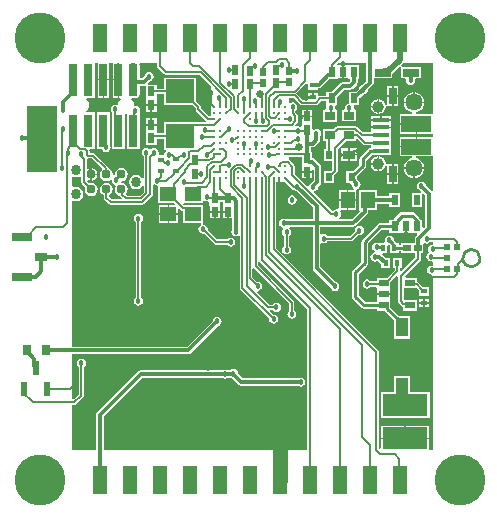
<source format=gtl>
G04*
G04 #@! TF.GenerationSoftware,Altium Limited,Altium Designer,20.1.10 (176)*
G04*
G04 Layer_Physical_Order=1*
G04 Layer_Color=25308*
%FSLAX25Y25*%
%MOIN*%
G70*
G04*
G04 #@! TF.SameCoordinates,5BC12612-045E-4FBA-96B6-5BC6791460FD*
G04*
G04*
G04 #@! TF.FilePolarity,Positive*
G04*
G01*
G75*
%ADD11C,0.01000*%
%ADD15C,0.00800*%
%ADD16R,0.01772X0.02165*%
%ADD17R,0.02055X0.02362*%
%ADD18C,0.01200*%
%ADD19R,0.02756X0.05610*%
%ADD20R,0.09843X0.05610*%
%ADD21R,0.05512X0.01575*%
%ADD22R,0.05512X0.04921*%
%ADD23R,0.04331X0.03150*%
%ADD24R,0.02362X0.02756*%
%ADD25R,0.02362X0.03347*%
%ADD26R,0.01968X0.02559*%
%ADD27R,0.09449X0.07874*%
%ADD28R,0.02900X0.11000*%
G04:AMPARAMS|DCode=29|XSize=29mil|YSize=110mil|CornerRadius=7.25mil|HoleSize=0mil|Usage=FLASHONLY|Rotation=180.000|XOffset=0mil|YOffset=0mil|HoleType=Round|Shape=RoundedRectangle|*
%AMROUNDEDRECTD29*
21,1,0.02900,0.09550,0,0,180.0*
21,1,0.01450,0.11000,0,0,180.0*
1,1,0.01450,-0.00725,0.04775*
1,1,0.01450,0.00725,0.04775*
1,1,0.01450,0.00725,-0.04775*
1,1,0.01450,-0.00725,-0.04775*
%
%ADD29ROUNDEDRECTD29*%
%ADD30R,0.05315X0.02756*%
%ADD31R,0.03347X0.02362*%
%ADD32R,0.02362X0.04724*%
%ADD33R,0.02756X0.03347*%
%ADD34R,0.03937X0.06299*%
%ADD35R,0.06693X0.03150*%
%ADD36R,0.02559X0.01968*%
%ADD37R,0.04921X0.05512*%
%ADD38R,0.03347X0.02756*%
%ADD39R,0.02165X0.01772*%
%ADD40R,0.15000X0.07500*%
%ADD44C,0.00394*%
%ADD78C,0.03100*%
%ADD79C,0.02500*%
%ADD80C,0.00500*%
%ADD81C,0.01200*%
%ADD82C,0.02000*%
%ADD83C,0.05000*%
%ADD84R,0.10248X0.22000*%
%ADD85R,0.05000X0.09500*%
%ADD86C,0.03937*%
%ADD87C,0.05709*%
%ADD88C,0.00500*%
%ADD89C,0.03400*%
%ADD90C,0.17000*%
%ADD91C,0.01800*%
%ADD92C,0.04000*%
G36*
X61100Y-24969D02*
X60948Y-25405D01*
X60600Y-25405D01*
X55321D01*
X55288Y-24905D01*
X55615Y-24862D01*
X56431Y-24524D01*
X57132Y-23987D01*
X57669Y-23286D01*
X58007Y-22470D01*
X58090Y-21845D01*
X54739D01*
X51389D01*
X51471Y-22470D01*
X51809Y-23286D01*
X52347Y-23987D01*
X53048Y-24524D01*
X53864Y-24862D01*
X54191Y-24905D01*
X54158Y-25405D01*
X50106D01*
Y-28461D01*
X55527D01*
Y-28711D01*
X55777D01*
Y-32016D01*
X60600D01*
X60948Y-32016D01*
X61100Y-32453D01*
Y-32547D01*
X60948Y-32984D01*
X60600Y-32984D01*
X55777D01*
Y-36290D01*
X55527D01*
Y-36540D01*
X50106D01*
Y-39595D01*
X54158D01*
X54191Y-40095D01*
X53864Y-40137D01*
X53048Y-40475D01*
X52347Y-41013D01*
X51809Y-41714D01*
X51471Y-42530D01*
X51389Y-43156D01*
X54739D01*
X58090D01*
X58007Y-42530D01*
X57669Y-41714D01*
X57132Y-41013D01*
X56431Y-40475D01*
X55615Y-40137D01*
X55288Y-40095D01*
X55321Y-39595D01*
X60948Y-39595D01*
X61100Y-40031D01*
Y-51035D01*
X60600Y-51187D01*
X60565Y-51135D01*
X58679Y-49249D01*
X58613Y-48915D01*
X58281Y-48419D01*
X57785Y-48087D01*
X57200Y-47971D01*
X56615Y-48087D01*
X56119Y-48419D01*
X55787Y-48915D01*
X55671Y-49500D01*
X55787Y-50085D01*
X56119Y-50581D01*
X56615Y-50913D01*
X56935Y-50977D01*
X57199Y-51355D01*
X56999Y-51798D01*
X53959D01*
Y-56344D01*
X57521D01*
Y-52259D01*
X58021Y-52052D01*
X58477Y-52507D01*
Y-62965D01*
X57983Y-63458D01*
X57521Y-63267D01*
Y-60656D01*
X56805D01*
X56776Y-60511D01*
X56533Y-60147D01*
X56533Y-60147D01*
X54893Y-58507D01*
X54529Y-58264D01*
X54100Y-58178D01*
X54100Y-58178D01*
X50600D01*
X50600Y-58178D01*
X50171Y-58264D01*
X49807Y-58507D01*
X49807Y-58507D01*
X48148Y-60166D01*
X47905Y-60530D01*
X47880Y-60656D01*
X46479D01*
Y-61808D01*
X43458D01*
X43458Y-61808D01*
X43029Y-61893D01*
X42665Y-62136D01*
X42665Y-62136D01*
X37507Y-67294D01*
X37264Y-67658D01*
X37178Y-68087D01*
X37178Y-68087D01*
Y-74698D01*
X34407Y-77470D01*
X34164Y-77833D01*
X34078Y-78263D01*
X34078Y-78263D01*
Y-86300D01*
X34078Y-86300D01*
X34164Y-86729D01*
X34407Y-87093D01*
X37347Y-90033D01*
X37711Y-90276D01*
X38140Y-90362D01*
X38140Y-90362D01*
X42298D01*
Y-91021D01*
X44827D01*
X44951Y-91206D01*
X48110Y-94365D01*
Y-95131D01*
X48110Y-95131D01*
X48131Y-95240D01*
Y-100350D01*
X53268D01*
Y-92850D01*
X49767D01*
X46866Y-89949D01*
Y-89921D01*
X46866Y-89921D01*
X46844Y-89813D01*
Y-87640D01*
X46844Y-87459D01*
X46744Y-87001D01*
Y-85750D01*
X44571D01*
X42398D01*
Y-87001D01*
X42298Y-87459D01*
X42298Y-87619D01*
X42247Y-88119D01*
X38605D01*
X36322Y-85835D01*
Y-78727D01*
X39093Y-75956D01*
X39093Y-75956D01*
X39336Y-75592D01*
X39422Y-75163D01*
Y-68552D01*
X43922Y-64051D01*
X46479D01*
Y-65202D01*
X49860D01*
X50041Y-65202D01*
Y-65202D01*
X50319Y-65102D01*
X50319Y-65102D01*
X51750D01*
Y-62929D01*
X52250D01*
Y-65102D01*
X53681D01*
X53681Y-65102D01*
X53959Y-65202D01*
Y-65202D01*
X54140Y-65202D01*
X55586D01*
X55777Y-65664D01*
X55321Y-66121D01*
X55055Y-66518D01*
X54962Y-66986D01*
Y-68542D01*
X50350D01*
Y-69004D01*
X49660D01*
Y-68443D01*
X48841D01*
X48824Y-68361D01*
X48581Y-67997D01*
X48028Y-67444D01*
X47926Y-66930D01*
X47594Y-66433D01*
X47098Y-66102D01*
X46513Y-65985D01*
X45928Y-66102D01*
X45432Y-66433D01*
X45100Y-66930D01*
X44984Y-67515D01*
X45069Y-67943D01*
X44774Y-68443D01*
X43006D01*
X42832Y-68327D01*
X42247Y-68211D01*
X41662Y-68327D01*
X41165Y-68659D01*
X40834Y-69155D01*
X40717Y-69740D01*
X40834Y-70325D01*
X41165Y-70821D01*
X41564Y-71088D01*
X41551Y-71489D01*
X41511Y-71608D01*
X41115Y-71687D01*
X40619Y-72019D01*
X40287Y-72515D01*
X40171Y-73100D01*
X40287Y-73685D01*
X40619Y-74181D01*
X41115Y-74513D01*
X41700Y-74629D01*
X42285Y-74513D01*
X42569Y-74323D01*
X42625D01*
X43746Y-75445D01*
Y-76883D01*
X46717D01*
Y-73517D01*
X45279D01*
X44070Y-72308D01*
X44131Y-72016D01*
X44258Y-71808D01*
X45723D01*
Y-69346D01*
X46223Y-68986D01*
X46442Y-69030D01*
X46666Y-69254D01*
Y-69740D01*
X46666Y-69740D01*
X46688Y-69848D01*
Y-71808D01*
X49660D01*
Y-71247D01*
X50350D01*
Y-71710D01*
X54950D01*
Y-73449D01*
X50535Y-77865D01*
X50035Y-77658D01*
Y-76883D01*
X50654D01*
Y-73517D01*
X47683D01*
Y-76883D01*
X48302D01*
Y-77573D01*
X45896Y-79979D01*
X42298D01*
Y-81233D01*
X40325D01*
X40181Y-81019D01*
X39685Y-80687D01*
X39100Y-80571D01*
X38515Y-80687D01*
X38019Y-81019D01*
X37687Y-81515D01*
X37571Y-82100D01*
X37687Y-82685D01*
X38019Y-83181D01*
X38515Y-83513D01*
X39100Y-83629D01*
X39685Y-83513D01*
X40181Y-83181D01*
X40325Y-82967D01*
X41944D01*
X42298Y-83320D01*
Y-83541D01*
X42398Y-84000D01*
Y-85250D01*
X44571D01*
X46744D01*
Y-84000D01*
X46844Y-83541D01*
X46844Y-83360D01*
Y-81481D01*
X48799Y-79527D01*
X49299Y-79734D01*
Y-87818D01*
X49376Y-88209D01*
X49598Y-88539D01*
X50438Y-89380D01*
X50769Y-89601D01*
X51156Y-89678D01*
Y-91021D01*
X55702D01*
Y-87459D01*
X51401D01*
X51338Y-87396D01*
Y-83541D01*
X55702D01*
X55702Y-83541D01*
Y-83541D01*
X56057Y-83846D01*
X56317Y-84106D01*
Y-86049D01*
X59683D01*
Y-83077D01*
X57740D01*
X56172Y-81510D01*
X55891Y-81322D01*
X55702Y-81284D01*
Y-79979D01*
X52012D01*
X51805Y-79479D01*
X56691Y-74593D01*
X56912Y-74262D01*
X56990Y-73872D01*
Y-71710D01*
X57850D01*
Y-68804D01*
X58304Y-68520D01*
X58340Y-68518D01*
X58900Y-68629D01*
X59485Y-68513D01*
X59981Y-68181D01*
X60125Y-67967D01*
X61100D01*
Y-68869D01*
X60920Y-69017D01*
X60334Y-69134D01*
X59838Y-69465D01*
X59507Y-69961D01*
X59390Y-70547D01*
X59507Y-71132D01*
X59812Y-71589D01*
X59319Y-71919D01*
X58987Y-72415D01*
X58871Y-73000D01*
X58987Y-73585D01*
X59319Y-74081D01*
X59815Y-74413D01*
X60400Y-74529D01*
X60600Y-74490D01*
X61100Y-74892D01*
Y-75676D01*
X60713Y-75993D01*
X60600Y-75971D01*
X60015Y-76087D01*
X59519Y-76419D01*
X59187Y-76915D01*
X59071Y-77500D01*
X59187Y-78085D01*
X59519Y-78581D01*
X60015Y-78913D01*
X60600Y-79029D01*
X60713Y-79007D01*
X61100Y-79324D01*
Y-137500D01*
X59644D01*
Y-133804D01*
X43644D01*
Y-136722D01*
X43144Y-136978D01*
X42967Y-136851D01*
Y-104686D01*
X42901Y-104354D01*
X42713Y-104073D01*
X8741Y-70101D01*
Y-48000D01*
X11558D01*
X13979Y-50421D01*
X14310Y-50642D01*
X14674Y-50714D01*
X14719Y-50781D01*
X15215Y-51113D01*
X15549Y-51179D01*
X21077Y-56707D01*
Y-60606D01*
X12128D01*
X11844Y-60416D01*
X11259Y-60300D01*
X10673Y-60416D01*
X10177Y-60748D01*
X9846Y-61244D01*
X9729Y-61829D01*
X9846Y-62415D01*
X10177Y-62911D01*
X10673Y-63242D01*
X10911Y-63289D01*
X10994Y-63428D01*
X11091Y-63835D01*
X10837Y-64215D01*
X10721Y-64800D01*
X10837Y-65385D01*
X11169Y-65881D01*
X11383Y-66025D01*
Y-69493D01*
X11196Y-69619D01*
X10864Y-70115D01*
X10748Y-70700D01*
X10864Y-71285D01*
X11196Y-71781D01*
X11692Y-72113D01*
X12277Y-72229D01*
X12862Y-72113D01*
X13359Y-71781D01*
X13690Y-71285D01*
X13806Y-70700D01*
X13690Y-70115D01*
X13359Y-69619D01*
X13117Y-69457D01*
Y-66025D01*
X13331Y-65881D01*
X13663Y-65385D01*
X13779Y-64800D01*
X13663Y-64215D01*
X13331Y-63719D01*
X13083Y-63553D01*
X13235Y-63053D01*
X21077D01*
Y-76900D01*
X21170Y-77368D01*
X21435Y-77765D01*
X26820Y-83151D01*
X26887Y-83485D01*
X27219Y-83981D01*
X27715Y-84313D01*
X28300Y-84429D01*
X28885Y-84313D01*
X29381Y-83981D01*
X29713Y-83485D01*
X29829Y-82900D01*
X29713Y-82315D01*
X29381Y-81819D01*
X28885Y-81487D01*
X28551Y-81420D01*
X23524Y-76393D01*
Y-68631D01*
X24024Y-68363D01*
X24048Y-68380D01*
X24633Y-68496D01*
X25218Y-68380D01*
X25715Y-68048D01*
X25858Y-67833D01*
X33870D01*
X34202Y-67767D01*
X34483Y-67580D01*
X36265Y-65798D01*
X36519Y-65848D01*
X37104Y-65732D01*
X37600Y-65400D01*
X37931Y-64904D01*
X38048Y-64319D01*
X37931Y-63733D01*
X37600Y-63237D01*
X37104Y-62906D01*
X36519Y-62789D01*
X35933Y-62906D01*
X35437Y-63237D01*
X35106Y-63733D01*
X34989Y-64319D01*
X35040Y-64572D01*
X33511Y-66100D01*
X25858D01*
X25715Y-65885D01*
X25218Y-65554D01*
X24633Y-65437D01*
X24048Y-65554D01*
X24024Y-65570D01*
X23524Y-65303D01*
Y-63024D01*
X34461D01*
X34930Y-62930D01*
X35327Y-62665D01*
X39174Y-58818D01*
X39439Y-58421D01*
X39532Y-57953D01*
Y-57456D01*
X42505D01*
Y-55294D01*
X46479D01*
Y-56344D01*
X50041D01*
Y-51798D01*
X46479D01*
Y-52847D01*
X42505D01*
Y-50744D01*
X36384D01*
Y-57456D01*
X36422D01*
X36613Y-57918D01*
X33955Y-60576D01*
X29870D01*
X29797Y-60484D01*
X29905Y-59810D01*
X29948Y-59781D01*
X30279Y-59285D01*
X30396Y-58700D01*
X30279Y-58115D01*
X30107Y-57856D01*
X30374Y-57356D01*
X32305D01*
Y-54350D01*
X29594D01*
Y-56827D01*
X29094Y-57216D01*
X28867Y-57171D01*
X28281Y-57287D01*
X27785Y-57619D01*
X27224Y-57565D01*
X21365Y-51706D01*
X21530Y-51164D01*
X21785Y-51113D01*
X22281Y-50781D01*
X22613Y-50285D01*
X22720Y-49748D01*
X23365Y-49103D01*
X23630Y-48706D01*
X23723Y-48238D01*
Y-43120D01*
X23630Y-42652D01*
X23365Y-42255D01*
X21554Y-40444D01*
X21157Y-40179D01*
X20781Y-40104D01*
Y-37963D01*
X20223D01*
Y-36539D01*
X20984D01*
X21452Y-36446D01*
X21849Y-36181D01*
X23065Y-34965D01*
X23330Y-34568D01*
X23424Y-34100D01*
Y-32869D01*
X23613Y-32585D01*
X23729Y-32000D01*
X23613Y-31415D01*
X23281Y-30919D01*
X22785Y-30587D01*
X22200Y-30471D01*
X21615Y-30587D01*
X21281Y-30810D01*
X20788Y-30595D01*
X20781Y-30588D01*
X20781Y-28491D01*
X20681Y-28032D01*
Y-26486D01*
X17319D01*
Y-28032D01*
X17219Y-28491D01*
X17219Y-28868D01*
Y-29476D01*
X16719Y-29743D01*
X16485Y-29587D01*
X15900Y-29471D01*
X15395Y-29571D01*
X15206Y-29371D01*
X15100Y-29159D01*
X15763Y-28496D01*
X15951Y-28215D01*
X16017Y-27883D01*
Y-26093D01*
X15951Y-25761D01*
X15763Y-25480D01*
X15167Y-24884D01*
Y-24325D01*
X15381Y-24181D01*
X15713Y-23685D01*
X15829Y-23100D01*
X15713Y-22515D01*
X15381Y-22019D01*
X14885Y-21687D01*
X14300Y-21571D01*
X13715Y-21687D01*
X13500Y-21831D01*
X13000Y-21563D01*
Y-20074D01*
X14548D01*
X16727Y-22253D01*
X17008Y-22440D01*
X17340Y-22506D01*
X22178D01*
X22509Y-22440D01*
X22790Y-22253D01*
X23896Y-21147D01*
X25479D01*
Y-22554D01*
X25479Y-22554D01*
X25442Y-23039D01*
X25371Y-23400D01*
X25405Y-23574D01*
X24995Y-24074D01*
X24427D01*
Y-28030D01*
X28973D01*
Y-24074D01*
X28805D01*
X28395Y-23574D01*
X28429Y-23400D01*
X28361Y-23054D01*
X28694Y-22554D01*
X29041D01*
Y-19737D01*
X31455Y-17323D01*
X33500D01*
X33968Y-17230D01*
X34365Y-16965D01*
X35605Y-15725D01*
X35871Y-15328D01*
X35964Y-14860D01*
Y-13695D01*
X36521D01*
Y-9149D01*
X33140D01*
X32959Y-9149D01*
X32500Y-9249D01*
X31250D01*
Y-11422D01*
Y-13595D01*
X32500D01*
X32959Y-13695D01*
X33017D01*
X33378Y-13910D01*
X33424Y-14446D01*
X32993Y-14876D01*
X30948D01*
X30480Y-14970D01*
X30083Y-15235D01*
X27311Y-18007D01*
X25479D01*
Y-19414D01*
X23537D01*
X23205Y-19480D01*
X23083Y-19562D01*
X22583Y-19347D01*
Y-18402D01*
X21250D01*
Y-19788D01*
X21000D01*
Y-20038D01*
X19417D01*
Y-20773D01*
X17699D01*
X15527Y-18602D01*
X18817Y-15312D01*
X19317Y-15519D01*
Y-17337D01*
X22683D01*
Y-16933D01*
X22972D01*
X23441Y-16840D01*
X23837Y-16575D01*
X26697Y-13715D01*
X26797Y-13695D01*
X28860D01*
X29041Y-13695D01*
X29500Y-13595D01*
X30750D01*
Y-11422D01*
Y-9249D01*
X29500D01*
X29224Y-9189D01*
X29145Y-8962D01*
X29486Y-8500D01*
X38776Y-8500D01*
Y-14514D01*
X37450Y-15840D01*
X37215Y-15887D01*
X36719Y-16219D01*
X36387Y-16715D01*
X36340Y-16950D01*
X35303Y-17987D01*
X35203Y-18007D01*
X32959D01*
Y-21999D01*
X32515Y-22087D01*
X32019Y-22419D01*
X31687Y-22915D01*
X31571Y-23500D01*
X31588Y-23587D01*
X31271Y-23974D01*
X30827D01*
Y-27930D01*
X35373D01*
Y-23974D01*
X34929D01*
X34612Y-23587D01*
X34629Y-23500D01*
X34541Y-23054D01*
X34827Y-22554D01*
X36521D01*
Y-20177D01*
X36678Y-20072D01*
X37951Y-18799D01*
X38385Y-18713D01*
X38881Y-18381D01*
X39213Y-17885D01*
X39299Y-17451D01*
X40865Y-15886D01*
X41130Y-15489D01*
X41223Y-15021D01*
Y-13614D01*
X47533D01*
Y-12085D01*
X49972Y-9646D01*
X50467Y-9858D01*
X50467Y-10075D01*
Y-13614D01*
X51647D01*
X52057Y-14114D01*
X52029Y-14258D01*
X52145Y-14843D01*
X52477Y-15340D01*
X52973Y-15671D01*
X53558Y-15788D01*
X54144Y-15671D01*
X54640Y-15340D01*
X54971Y-14843D01*
X55088Y-14258D01*
X55059Y-14114D01*
X55469Y-13614D01*
X56982D01*
Y-9658D01*
X50917D01*
X50667Y-9658D01*
X50455Y-9163D01*
X51118Y-8500D01*
X61100D01*
Y-24969D01*
D02*
G37*
G36*
X-30867Y-8300D02*
Y-9500D01*
X-30801Y-9832D01*
X-30613Y-10113D01*
X-28691Y-12035D01*
X-28410Y-12223D01*
X-28078Y-12289D01*
X-16801D01*
X-13000Y-16089D01*
Y-24984D01*
X-13035Y-25157D01*
X-13000Y-25331D01*
Y-26259D01*
X-13635D01*
X-16333Y-23561D01*
Y-23100D01*
X-16399Y-22768D01*
X-16587Y-22487D01*
X-17976Y-21099D01*
Y-13283D01*
X-28624D01*
Y-16953D01*
X-31019D01*
Y-15663D01*
X-33879D01*
X-34071Y-15201D01*
X-33349Y-14480D01*
X-33015Y-14413D01*
X-32519Y-14081D01*
X-32187Y-13585D01*
X-32071Y-13000D01*
X-32187Y-12415D01*
X-32519Y-11919D01*
X-33015Y-11587D01*
X-33600Y-11471D01*
X-34185Y-11587D01*
X-34681Y-11919D01*
X-35013Y-12415D01*
X-35080Y-12749D01*
X-35907Y-13577D01*
X-36724D01*
Y-9225D01*
X-36809Y-8800D01*
X-36544Y-8300D01*
X-30867Y-8300D01*
D02*
G37*
G36*
X-50750Y-8300D02*
Y-13750D01*
X-48800D01*
Y-14000D01*
D01*
Y-13750D01*
X-46850D01*
Y-8300D01*
X-45750D01*
Y-13750D01*
X-43800D01*
Y-14000D01*
X-43550D01*
Y-20000D01*
X-43134D01*
X-42965Y-20500D01*
X-43154Y-20646D01*
X-43571Y-21189D01*
X-43833Y-21821D01*
X-43880Y-22178D01*
X-44251Y-22415D01*
X-44412Y-22458D01*
X-44925Y-22356D01*
X-45511Y-22472D01*
X-46007Y-22804D01*
X-46338Y-23300D01*
X-46455Y-23885D01*
X-46338Y-24471D01*
X-46007Y-24967D01*
X-45850Y-25071D01*
Y-37100D01*
X-41750D01*
Y-25442D01*
X-41374Y-25113D01*
X-41300Y-25122D01*
X-41226Y-25113D01*
X-40850Y-25442D01*
Y-37100D01*
X-36750D01*
Y-24900D01*
X-36750Y-24900D01*
X-36750D01*
X-36693Y-24413D01*
X-36671Y-24300D01*
X-36787Y-23715D01*
X-37119Y-23219D01*
X-37615Y-22887D01*
X-38200Y-22771D01*
X-38276Y-22786D01*
X-38696Y-22359D01*
X-38767Y-21821D01*
X-39029Y-21189D01*
X-39446Y-20646D01*
X-39471Y-20626D01*
X-39302Y-20126D01*
X-38075D01*
X-37558Y-20023D01*
X-37120Y-19730D01*
X-36827Y-19292D01*
X-36724Y-18775D01*
Y-16024D01*
X-35400D01*
X-35081Y-15960D01*
X-34581Y-16252D01*
Y-19832D01*
X-34581Y-20210D01*
X-34481Y-20668D01*
Y-22214D01*
X-32800D01*
X-31119D01*
Y-20668D01*
X-31019Y-20210D01*
X-31019Y-19832D01*
Y-18686D01*
X-28624D01*
Y-22357D01*
X-19169D01*
X-18067Y-23459D01*
Y-23920D01*
X-18001Y-24251D01*
X-17813Y-24532D01*
X-14619Y-27726D01*
X-14621Y-27780D01*
X-14777Y-28226D01*
X-18533D01*
X-18535Y-28227D01*
X-18826D01*
X-18909Y-28243D01*
X-28624D01*
Y-31914D01*
X-30665D01*
X-31019Y-31560D01*
Y-31291D01*
X-31119Y-30832D01*
Y-29286D01*
X-34481D01*
Y-30832D01*
X-34581Y-31291D01*
X-34581Y-31668D01*
Y-35837D01*
X-31019D01*
Y-33647D01*
X-28624D01*
Y-37317D01*
X-27972D01*
X-27820Y-37817D01*
X-28147Y-38036D01*
X-28479Y-38532D01*
X-28595Y-39117D01*
X-28618Y-39146D01*
X-30087D01*
X-30421Y-38646D01*
X-30352Y-38300D01*
X-30469Y-37715D01*
X-30800Y-37219D01*
X-31296Y-36887D01*
X-31882Y-36771D01*
X-32467Y-36887D01*
X-32912Y-37184D01*
X-33089Y-37238D01*
X-33476D01*
X-33500Y-37204D01*
X-33996Y-36872D01*
X-34581Y-36756D01*
X-35166Y-36872D01*
X-35662Y-37204D01*
X-35994Y-37700D01*
X-36110Y-38285D01*
X-35994Y-38870D01*
X-35662Y-39367D01*
X-35448Y-39510D01*
Y-46640D01*
X-35948Y-46792D01*
X-36206Y-46406D01*
X-36983Y-45886D01*
X-37900Y-45704D01*
X-38817Y-45886D01*
X-39594Y-46406D01*
X-40114Y-47183D01*
X-40296Y-48100D01*
X-40114Y-49017D01*
X-39594Y-49794D01*
X-38817Y-50314D01*
X-37900Y-50496D01*
X-36983Y-50314D01*
X-36206Y-49794D01*
X-35948Y-49408D01*
X-35448Y-49560D01*
Y-51318D01*
X-36763Y-52633D01*
X-41012D01*
X-41361Y-52263D01*
X-41350Y-52150D01*
X-40875Y-51439D01*
X-40708Y-50600D01*
X-40875Y-49761D01*
X-41350Y-49050D01*
X-42061Y-48575D01*
X-42567Y-48474D01*
X-42819Y-47956D01*
X-42698Y-47752D01*
X-42061Y-47625D01*
X-41350Y-47150D01*
X-40875Y-46439D01*
X-40708Y-45600D01*
X-40875Y-44761D01*
X-41350Y-44050D01*
X-42061Y-43575D01*
X-42900Y-43408D01*
X-43739Y-43575D01*
X-44450Y-44050D01*
X-44925Y-44761D01*
X-45092Y-45600D01*
X-45065Y-45735D01*
X-45249Y-45858D01*
X-45708Y-45600D01*
X-45875Y-44761D01*
X-46350Y-44050D01*
X-47061Y-43575D01*
X-47252Y-43537D01*
X-47306Y-43261D01*
X-47494Y-42980D01*
X-51737Y-38737D01*
X-52018Y-38549D01*
X-52350Y-38483D01*
X-53433D01*
Y-37786D01*
X-53470Y-37600D01*
X-53282Y-37243D01*
X-53135Y-37100D01*
X-51750D01*
Y-24900D01*
X-54335D01*
X-54505Y-24400D01*
X-54446Y-24354D01*
X-54029Y-23811D01*
X-53767Y-23179D01*
X-53678Y-22500D01*
X-53767Y-21821D01*
X-54029Y-21189D01*
X-54446Y-20646D01*
X-54505Y-20600D01*
X-54335Y-20100D01*
X-51750D01*
Y-8300D01*
X-50750D01*
D02*
G37*
G36*
X-53950Y-40217D02*
X-52709D01*
X-49384Y-43541D01*
X-49433Y-44039D01*
X-49450Y-44050D01*
X-49925Y-44761D01*
X-50092Y-45600D01*
X-49925Y-46439D01*
X-49450Y-47150D01*
X-48739Y-47625D01*
X-47900Y-47792D01*
X-47061Y-47625D01*
X-46603Y-47319D01*
X-46399Y-47397D01*
X-46111Y-47592D01*
X-46013Y-48085D01*
X-45681Y-48581D01*
X-45185Y-48913D01*
X-44986Y-48952D01*
X-44756Y-49508D01*
X-44925Y-49761D01*
X-45092Y-50600D01*
X-44925Y-51439D01*
X-44450Y-52150D01*
X-43739Y-52625D01*
X-43368Y-52699D01*
X-43237Y-52896D01*
X-42661Y-53471D01*
X-42853Y-53933D01*
X-46041D01*
X-46919Y-53055D01*
X-46880Y-52504D01*
X-46350Y-52150D01*
X-45875Y-51439D01*
X-45708Y-50600D01*
X-45875Y-49761D01*
X-46350Y-49050D01*
X-47061Y-48575D01*
X-47900Y-48408D01*
X-48739Y-48575D01*
X-49450Y-49050D01*
X-49925Y-49761D01*
X-50092Y-50600D01*
X-49925Y-51439D01*
X-49450Y-52150D01*
X-48767Y-52607D01*
Y-53300D01*
X-48701Y-53632D01*
X-48513Y-53913D01*
X-47013Y-55413D01*
X-46732Y-55601D01*
X-46400Y-55667D01*
X-35800D01*
X-35468Y-55601D01*
X-35187Y-55413D01*
X-32587Y-52813D01*
X-32399Y-52532D01*
X-32333Y-52200D01*
Y-49005D01*
X-32058Y-48869D01*
X-31833Y-48814D01*
X-31385Y-49113D01*
X-30800Y-49229D01*
X-30556Y-49430D01*
Y-55016D01*
X-25346D01*
X-25307Y-55074D01*
X-24958Y-55422D01*
X-25150Y-55884D01*
X-26950D01*
Y-58595D01*
X-23944D01*
Y-57090D01*
X-23482Y-56899D01*
X-22926Y-57455D01*
X-22645Y-57643D01*
X-22456Y-57680D01*
Y-61905D01*
X-16437D01*
X-16207Y-62369D01*
X-16213Y-62406D01*
X-16681Y-62719D01*
X-17013Y-63215D01*
X-17129Y-63800D01*
X-17013Y-64385D01*
X-16681Y-64881D01*
X-16185Y-65213D01*
X-15600Y-65329D01*
X-15347Y-65279D01*
X-11926Y-68700D01*
X-11645Y-68888D01*
X-11313Y-68954D01*
X-7661D01*
X-7518Y-69169D01*
X-7022Y-69500D01*
X-6436Y-69616D01*
X-5851Y-69500D01*
X-5355Y-69169D01*
X-5023Y-68672D01*
X-4907Y-68087D01*
X-5023Y-67502D01*
X-5355Y-67006D01*
X-5851Y-66674D01*
X-6436Y-66558D01*
X-7022Y-66674D01*
X-7518Y-67006D01*
X-7661Y-67220D01*
X-10954D01*
X-14121Y-64053D01*
X-14071Y-63800D01*
X-14187Y-63215D01*
X-14519Y-62719D01*
X-15015Y-62387D01*
X-15477Y-62295D01*
X-15682Y-61996D01*
X-15744Y-61790D01*
Y-55784D01*
X-22029D01*
X-22255Y-55496D01*
X-22042Y-55016D01*
X-15744D01*
Y-54451D01*
X-15692Y-54405D01*
X-15244Y-54229D01*
X-14885Y-54469D01*
X-14300Y-54585D01*
X-13981Y-54522D01*
X-13503Y-54853D01*
X-13481Y-54893D01*
X-13481Y-55809D01*
X-13381Y-56268D01*
Y-57814D01*
X-11700D01*
X-10019D01*
Y-56268D01*
X-9919Y-55809D01*
X-9919Y-55432D01*
Y-54760D01*
X-9081D01*
Y-55809D01*
X-9081D01*
X-8981Y-55891D01*
Y-57814D01*
X-7300D01*
Y-58064D01*
X-7050D01*
Y-60237D01*
X-5824D01*
Y-63831D01*
X-6013Y-64115D01*
X-6129Y-64700D01*
X-6013Y-65285D01*
X-5681Y-65781D01*
X-5185Y-66113D01*
X-4600Y-66229D01*
X-4015Y-66113D01*
X-3867Y-66014D01*
X-3367Y-66281D01*
Y-83400D01*
X-3301Y-83732D01*
X-3113Y-84013D01*
X6421Y-93547D01*
X6371Y-93800D01*
X6487Y-94385D01*
X6819Y-94881D01*
X7315Y-95213D01*
X7900Y-95329D01*
X8485Y-95213D01*
X8981Y-94881D01*
X9313Y-94385D01*
X9429Y-93800D01*
X9313Y-93215D01*
X8981Y-92719D01*
X8485Y-92387D01*
X7900Y-92271D01*
X7647Y-92321D01*
X6592Y-91267D01*
X6799Y-90767D01*
X7575D01*
X7719Y-90981D01*
X8215Y-91313D01*
X8800Y-91429D01*
X9385Y-91313D01*
X9881Y-90981D01*
X10213Y-90485D01*
X10329Y-89900D01*
X10213Y-89315D01*
X9881Y-88819D01*
X9385Y-88487D01*
X8800Y-88371D01*
X8215Y-88487D01*
X7719Y-88819D01*
X7575Y-89033D01*
X6559D01*
X2306Y-84781D01*
X2553Y-84320D01*
X2600Y-84329D01*
X3185Y-84213D01*
X3681Y-83881D01*
X4013Y-83385D01*
X4129Y-82800D01*
X4013Y-82215D01*
X3681Y-81719D01*
X3185Y-81387D01*
X2600Y-81271D01*
X2347Y-81321D01*
X867Y-79841D01*
Y-77049D01*
X1320Y-76894D01*
X1367Y-76892D01*
X13133Y-88659D01*
Y-90975D01*
X12919Y-91119D01*
X12587Y-91615D01*
X12471Y-92200D01*
X12587Y-92785D01*
X12919Y-93281D01*
X13415Y-93613D01*
X14000Y-93729D01*
X14585Y-93613D01*
X15081Y-93281D01*
X15413Y-92785D01*
X15529Y-92200D01*
X15413Y-91615D01*
X15081Y-91119D01*
X14867Y-90975D01*
Y-88300D01*
X14801Y-87968D01*
X14613Y-87687D01*
X2835Y-75910D01*
Y-74918D01*
X3288Y-74762D01*
X3335Y-74761D01*
X19133Y-90559D01*
Y-137500D01*
X-48777D01*
Y-126207D01*
X-35893Y-113323D01*
X-9269D01*
X-8985Y-113513D01*
X-8400Y-113629D01*
X-7815Y-113513D01*
X-7531Y-113323D01*
X-6242D01*
X-6085Y-113428D01*
X-5857Y-113473D01*
X-3665Y-115665D01*
X-3268Y-115930D01*
X-2800Y-116024D01*
X16031D01*
X16315Y-116213D01*
X16900Y-116329D01*
X17485Y-116213D01*
X17981Y-115881D01*
X18313Y-115385D01*
X18429Y-114800D01*
X18313Y-114215D01*
X17981Y-113719D01*
X17485Y-113387D01*
X16900Y-113271D01*
X16315Y-113387D01*
X16031Y-113576D01*
X-2293D01*
X-3999Y-111870D01*
X-4087Y-111430D01*
X-4419Y-110933D01*
X-4915Y-110602D01*
X-5500Y-110486D01*
X-6085Y-110602D01*
X-6496Y-110877D01*
X-7531D01*
X-7815Y-110687D01*
X-8400Y-110571D01*
X-8985Y-110687D01*
X-9269Y-110877D01*
X-36400D01*
X-36868Y-110970D01*
X-37265Y-111235D01*
X-50865Y-124835D01*
X-51130Y-125232D01*
X-51223Y-125700D01*
Y-137500D01*
X-59200D01*
Y-122467D01*
X-58500D01*
X-58168Y-122401D01*
X-57887Y-122213D01*
X-55587Y-119913D01*
X-55399Y-119632D01*
X-55333Y-119300D01*
Y-109725D01*
X-55119Y-109581D01*
X-54787Y-109085D01*
X-54671Y-108500D01*
X-54787Y-107915D01*
X-55119Y-107419D01*
X-55615Y-107087D01*
X-56200Y-106971D01*
X-56785Y-107087D01*
X-57281Y-107419D01*
X-57613Y-107915D01*
X-57729Y-108500D01*
X-57613Y-109085D01*
X-57281Y-109581D01*
X-57067Y-109725D01*
Y-118941D01*
X-58700Y-120574D01*
X-59200Y-120367D01*
Y-105423D01*
X-20500D01*
X-20032Y-105330D01*
X-19635Y-105065D01*
X-10649Y-96079D01*
X-10315Y-96013D01*
X-9819Y-95681D01*
X-9487Y-95185D01*
X-9371Y-94600D01*
X-9487Y-94015D01*
X-9819Y-93519D01*
X-10315Y-93187D01*
X-10900Y-93071D01*
X-11485Y-93187D01*
X-11981Y-93519D01*
X-12313Y-94015D01*
X-12380Y-94349D01*
X-21007Y-102977D01*
X-59200D01*
Y-54613D01*
X-58700Y-54337D01*
X-57900Y-54496D01*
X-56983Y-54314D01*
X-56206Y-53794D01*
X-55686Y-53017D01*
X-55504Y-52100D01*
X-55686Y-51183D01*
X-56206Y-50406D01*
X-56983Y-49886D01*
X-57900Y-49704D01*
X-58700Y-49863D01*
X-59200Y-49587D01*
Y-46613D01*
X-58700Y-46337D01*
X-57900Y-46496D01*
X-56983Y-46314D01*
X-56667Y-46102D01*
X-56167Y-46369D01*
Y-48200D01*
X-56101Y-48532D01*
X-55913Y-48813D01*
X-54932Y-49794D01*
X-55092Y-50600D01*
X-54925Y-51439D01*
X-54450Y-52150D01*
X-53739Y-52625D01*
X-52900Y-52792D01*
X-52061Y-52625D01*
X-51350Y-52150D01*
X-50875Y-51439D01*
X-50708Y-50600D01*
X-50875Y-49761D01*
X-51350Y-49050D01*
X-52061Y-48575D01*
X-52900Y-48408D01*
X-53706Y-48568D01*
X-54193Y-48081D01*
X-54161Y-47824D01*
X-53791Y-47589D01*
X-53621Y-47547D01*
X-53150Y-47640D01*
Y-45600D01*
Y-43560D01*
X-53700Y-43669D01*
X-53933Y-43825D01*
X-54433Y-43558D01*
Y-40605D01*
X-54051Y-40248D01*
X-53956Y-40215D01*
X-53950Y-40217D01*
D02*
G37*
G36*
X17219Y-42509D02*
X17219D01*
X17319Y-42591D01*
Y-44514D01*
X19000D01*
X20681D01*
Y-44183D01*
X21181Y-43916D01*
X21276Y-43980D01*
Y-47731D01*
X20746Y-48261D01*
X20615Y-48287D01*
X20119Y-48619D01*
X19787Y-49115D01*
X19736Y-49370D01*
X19194Y-49535D01*
X15035Y-45376D01*
Y-43060D01*
X14969Y-42728D01*
X14781Y-42447D01*
X13221Y-40887D01*
X13000Y-40739D01*
Y-39804D01*
X17219D01*
Y-42509D01*
D02*
G37*
%LPC*%
G36*
X49531Y-16203D02*
X47903D01*
Y-19258D01*
X49531D01*
Y-16203D01*
D02*
G37*
G36*
X47403D02*
X45775D01*
Y-19258D01*
X47403D01*
Y-16203D01*
D02*
G37*
G36*
X20750Y-18402D02*
X19417D01*
Y-19538D01*
X20750D01*
Y-18402D01*
D02*
G37*
G36*
X54989Y-18244D02*
Y-21344D01*
X58090D01*
X58007Y-20719D01*
X57669Y-19903D01*
X57132Y-19202D01*
X56431Y-18665D01*
X55615Y-18327D01*
X54989Y-18244D01*
D02*
G37*
G36*
X54489Y-18244D02*
X53864Y-18327D01*
X53048Y-18665D01*
X52347Y-19202D01*
X51809Y-19903D01*
X51471Y-20719D01*
X51389Y-21344D01*
X54489D01*
Y-18244D01*
D02*
G37*
G36*
X47403Y-19758D02*
X45775D01*
Y-22327D01*
X45775Y-22339D01*
X45775Y-22339D01*
X45775Y-22641D01*
X45275Y-22690D01*
X45136Y-21990D01*
X44590Y-21173D01*
X43773Y-20628D01*
X43060Y-20486D01*
Y-22953D01*
Y-25420D01*
X43773Y-25278D01*
X44590Y-24733D01*
X45136Y-23916D01*
X45283Y-23175D01*
X45327Y-22953D01*
X45374Y-22915D01*
X45809Y-22813D01*
X46203Y-22813D01*
X47403D01*
Y-19758D01*
D02*
G37*
G36*
X42560Y-20486D02*
X41847Y-20628D01*
X41030Y-21173D01*
X40485Y-21990D01*
X40343Y-22703D01*
X42560D01*
Y-20486D01*
D02*
G37*
G36*
X49531Y-19758D02*
X47903D01*
Y-22813D01*
X49531D01*
Y-19758D01*
D02*
G37*
G36*
X42560Y-23203D02*
X40343D01*
X40485Y-23916D01*
X41030Y-24733D01*
X41847Y-25278D01*
X42560Y-25420D01*
Y-23203D01*
D02*
G37*
G36*
X20681Y-24063D02*
X19250D01*
Y-25986D01*
X20681D01*
Y-24063D01*
D02*
G37*
G36*
X18750D02*
X17319D01*
Y-25986D01*
X18750D01*
Y-24063D01*
D02*
G37*
G36*
X46913Y-26094D02*
X43906D01*
Y-27132D01*
X46913D01*
Y-26094D01*
D02*
G37*
G36*
X43406D02*
X40401D01*
Y-27132D01*
X43406D01*
Y-26094D01*
D02*
G37*
G36*
X46913Y-27632D02*
X43656D01*
X40401D01*
Y-28669D01*
Y-29691D01*
X43656D01*
X46913D01*
Y-28669D01*
Y-27632D01*
D02*
G37*
G36*
X55277Y-28961D02*
X50106D01*
Y-32016D01*
X55277D01*
Y-28961D01*
D02*
G37*
G36*
X55277Y-32984D02*
X50106D01*
Y-36040D01*
X55277D01*
Y-32984D01*
D02*
G37*
G36*
X35765Y-36925D02*
X33350D01*
Y-38750D01*
X35765D01*
Y-36925D01*
D02*
G37*
G36*
X32850D02*
X30435D01*
Y-38750D01*
X32850D01*
Y-36925D01*
D02*
G37*
G36*
X35114Y-29433D02*
X29243D01*
X28912Y-29499D01*
X28631Y-29687D01*
X27748Y-30570D01*
X24427D01*
Y-34526D01*
X25533D01*
Y-37022D01*
X24619D01*
Y-40978D01*
X27483D01*
Y-43975D01*
X26956Y-44502D01*
X24619D01*
Y-48458D01*
X28181D01*
Y-45728D01*
X28963Y-44946D01*
X29151Y-44665D01*
X29217Y-44333D01*
Y-37262D01*
X32052Y-34426D01*
X35373D01*
Y-33906D01*
X35873Y-33699D01*
X37846Y-35672D01*
X38127Y-35860D01*
X38459Y-35926D01*
X40301D01*
Y-36784D01*
X40194D01*
X39765Y-36869D01*
X39401Y-37113D01*
X39401Y-37113D01*
X36807Y-39707D01*
X36564Y-40071D01*
X36478Y-40500D01*
X36478Y-40500D01*
Y-42303D01*
X34279Y-44502D01*
X32106D01*
Y-48458D01*
X33501D01*
X33865Y-48897D01*
X33859Y-48930D01*
X33975Y-49516D01*
X34307Y-50012D01*
X34803Y-50343D01*
X34806Y-50344D01*
X34757Y-50844D01*
X32805D01*
Y-53850D01*
X35516D01*
Y-50944D01*
X35516Y-50844D01*
X35663Y-50405D01*
X35973Y-50343D01*
X36470Y-50012D01*
X36801Y-49516D01*
X36917Y-48930D01*
X36801Y-48345D01*
X36470Y-47849D01*
X35973Y-47517D01*
X35690Y-47161D01*
X35669Y-47053D01*
Y-46285D01*
X38393Y-43561D01*
X38393Y-43561D01*
X38636Y-43197D01*
X38722Y-42768D01*
X38722Y-42768D01*
Y-40965D01*
X40659Y-39027D01*
X42952D01*
X42952Y-39027D01*
X43060Y-39006D01*
X47013D01*
Y-36446D01*
Y-33887D01*
Y-31113D01*
X46913D01*
Y-30191D01*
X43656D01*
X40401D01*
Y-31113D01*
X40301D01*
Y-31581D01*
X37621D01*
X35727Y-29687D01*
X35446Y-29499D01*
X35114Y-29433D01*
D02*
G37*
G36*
X35765Y-39250D02*
X33350D01*
Y-41075D01*
X35765D01*
Y-39250D01*
D02*
G37*
G36*
X32850D02*
X30435D01*
Y-41075D01*
X32850D01*
Y-39250D01*
D02*
G37*
G36*
X42560Y-39580D02*
X41847Y-39722D01*
X41030Y-40268D01*
X40485Y-41084D01*
X40343Y-41797D01*
X42560D01*
Y-39580D01*
D02*
G37*
G36*
Y-42297D02*
X40343D01*
X40485Y-43010D01*
X41030Y-43827D01*
X41847Y-44372D01*
X42560Y-44514D01*
Y-42297D01*
D02*
G37*
G36*
X47903Y-42187D02*
Y-45242D01*
X49531D01*
Y-42187D01*
X47903D01*
D02*
G37*
G36*
X43060Y-39580D02*
Y-42047D01*
Y-44514D01*
X43773Y-44372D01*
X44590Y-43827D01*
X45136Y-43010D01*
X45275Y-42310D01*
X45775Y-42359D01*
X45775Y-42661D01*
X45775Y-42661D01*
X45775Y-42673D01*
Y-45242D01*
X47403D01*
Y-42187D01*
X46205D01*
X45809Y-42187D01*
X45374Y-42085D01*
X45327Y-42047D01*
X45283Y-41825D01*
X45136Y-41084D01*
X44590Y-40268D01*
X43773Y-39722D01*
X43060Y-39580D01*
D02*
G37*
G36*
X58090Y-43656D02*
X54989D01*
Y-46756D01*
X55615Y-46674D01*
X56431Y-46336D01*
X57132Y-45798D01*
X57669Y-45097D01*
X58007Y-44281D01*
X58090Y-43656D01*
D02*
G37*
G36*
X54489D02*
X51389D01*
X51471Y-44281D01*
X51809Y-45097D01*
X52347Y-45798D01*
X53048Y-46336D01*
X53864Y-46674D01*
X54489Y-46756D01*
Y-43656D01*
D02*
G37*
G36*
X49531Y-45742D02*
X47903D01*
Y-48797D01*
X49531D01*
Y-45742D01*
D02*
G37*
G36*
X47403D02*
X45775D01*
Y-48797D01*
X47403D01*
Y-45742D01*
D02*
G37*
G36*
X32305Y-50844D02*
X29594D01*
Y-53850D01*
X32305D01*
Y-50844D01*
D02*
G37*
G36*
X14100Y-52571D02*
X13515Y-52687D01*
X13019Y-53019D01*
X12687Y-53515D01*
X12571Y-54100D01*
X12687Y-54685D01*
X13019Y-55181D01*
X13515Y-55513D01*
X14100Y-55629D01*
X14685Y-55513D01*
X15181Y-55181D01*
X15513Y-54685D01*
X15629Y-54100D01*
X15513Y-53515D01*
X15181Y-53019D01*
X14685Y-52687D01*
X14100Y-52571D01*
D02*
G37*
G36*
X35516Y-54350D02*
X32805D01*
Y-57356D01*
X35516D01*
Y-54350D01*
D02*
G37*
G36*
X59583Y-87114D02*
X58250D01*
Y-88250D01*
X59583D01*
Y-87114D01*
D02*
G37*
G36*
X57750D02*
X56417D01*
Y-88250D01*
X57750D01*
Y-87114D01*
D02*
G37*
G36*
X59583Y-88750D02*
X58250D01*
Y-89886D01*
X59583D01*
Y-88750D01*
D02*
G37*
G36*
X57750D02*
X56417D01*
Y-89886D01*
X57750D01*
Y-88750D01*
D02*
G37*
G36*
X53268Y-112850D02*
X48131D01*
Y-118050D01*
X43700D01*
Y-126750D01*
X59900D01*
Y-118050D01*
X53268D01*
Y-112850D01*
D02*
G37*
G36*
X59644Y-129304D02*
X51894D01*
Y-133304D01*
X59644D01*
Y-129304D01*
D02*
G37*
G36*
X51394D02*
X43644D01*
Y-133304D01*
X51394D01*
Y-129304D01*
D02*
G37*
G36*
X-44050Y-14250D02*
X-45750D01*
Y-20000D01*
X-44050D01*
Y-14250D01*
D02*
G37*
G36*
X-46850D02*
X-48550D01*
Y-20000D01*
X-46850D01*
Y-14250D01*
D02*
G37*
G36*
X-49050D02*
X-50750D01*
Y-20000D01*
X-49050D01*
Y-14250D01*
D02*
G37*
G36*
X-31119Y-22714D02*
X-32550D01*
Y-24637D01*
X-31119D01*
Y-22714D01*
D02*
G37*
G36*
X-33050D02*
X-34481D01*
Y-24637D01*
X-33050D01*
Y-22714D01*
D02*
G37*
G36*
X-31119Y-26863D02*
X-32550D01*
Y-28786D01*
X-31119D01*
Y-26863D01*
D02*
G37*
G36*
X-33050D02*
X-34481D01*
Y-28786D01*
X-33050D01*
Y-26863D01*
D02*
G37*
G36*
X-46750Y-24900D02*
X-50850D01*
Y-37100D01*
X-49325D01*
X-49306Y-37196D01*
X-48974Y-37692D01*
X-48478Y-38024D01*
X-47893Y-38140D01*
X-47308Y-38024D01*
X-46812Y-37692D01*
X-46480Y-37196D01*
X-46363Y-36611D01*
X-46480Y-36026D01*
X-46750Y-35622D01*
Y-24900D01*
D02*
G37*
G36*
X-52650Y-43560D02*
Y-45350D01*
X-50860D01*
X-50969Y-44800D01*
X-51422Y-44122D01*
X-52100Y-43669D01*
X-52650Y-43560D01*
D02*
G37*
G36*
X-50860Y-45850D02*
X-52650D01*
Y-47640D01*
X-52100Y-47531D01*
X-51422Y-47078D01*
X-50969Y-46400D01*
X-50860Y-45850D01*
D02*
G37*
G36*
X-27450Y-55884D02*
X-30456D01*
Y-58595D01*
X-27450D01*
Y-55884D01*
D02*
G37*
G36*
X-7550Y-58314D02*
X-8981D01*
Y-60237D01*
X-7550D01*
Y-58314D01*
D02*
G37*
G36*
X-10019D02*
X-11450D01*
Y-60237D01*
X-10019D01*
Y-58314D01*
D02*
G37*
G36*
X-11950D02*
X-13381D01*
Y-60237D01*
X-11950D01*
Y-58314D01*
D02*
G37*
G36*
X-23944Y-59095D02*
X-26950D01*
Y-61805D01*
X-23944D01*
Y-59095D01*
D02*
G37*
G36*
X-27450D02*
X-30456D01*
Y-61805D01*
X-27450D01*
Y-59095D01*
D02*
G37*
G36*
X-37200Y-58771D02*
X-37785Y-58887D01*
X-38281Y-59219D01*
X-38613Y-59715D01*
X-38729Y-60300D01*
X-38613Y-60885D01*
X-38281Y-61381D01*
X-38067Y-61525D01*
Y-86547D01*
X-38281Y-86690D01*
X-38613Y-87186D01*
X-38729Y-87772D01*
X-38613Y-88357D01*
X-38281Y-88853D01*
X-37785Y-89185D01*
X-37200Y-89301D01*
X-36615Y-89185D01*
X-36119Y-88853D01*
X-35787Y-88357D01*
X-35671Y-87772D01*
X-35787Y-87186D01*
X-36119Y-86690D01*
X-36333Y-86547D01*
Y-61525D01*
X-36119Y-61381D01*
X-35787Y-60885D01*
X-35671Y-60300D01*
X-35787Y-59715D01*
X-36119Y-59219D01*
X-36615Y-58887D01*
X-37200Y-58771D01*
D02*
G37*
G36*
X20681Y-45014D02*
X19250D01*
Y-46937D01*
X20681D01*
Y-45014D01*
D02*
G37*
G36*
X18750D02*
X17319D01*
Y-46937D01*
X18750D01*
Y-45014D01*
D02*
G37*
%LPD*%
D11*
X70941Y-73784D02*
G03*
X76736Y-73457I2888J327D01*
G01*
D02*
G03*
X70941Y-73784I-2906J0D01*
G01*
X42247Y-69740D02*
X43851D01*
X44237Y-70126D01*
X47788Y-69740D02*
X48174Y-70126D01*
X47788Y-69740D02*
Y-68790D01*
X46513Y-67515D02*
X47788Y-68790D01*
X48174Y-70126D02*
X52230D01*
X38300Y-75163D02*
Y-68087D01*
X43458Y-62929D02*
X48260D01*
X38300Y-68087D02*
X43458Y-62929D01*
X35173Y-48716D02*
X35388Y-48930D01*
X35173Y-48716D02*
Y-48358D01*
X34569Y-47753D02*
X35173Y-48358D01*
X34569Y-47753D02*
Y-47161D01*
X33887Y-46480D02*
X34569Y-47161D01*
X33887Y-46480D02*
Y-46283D01*
X49231Y-95131D02*
X50700Y-96600D01*
X49231Y-95131D02*
Y-93901D01*
X45744Y-90413D02*
X49231Y-93901D01*
X45744Y-90413D02*
Y-89921D01*
X45063Y-89240D02*
X45744Y-89921D01*
X44571Y-89240D02*
X45063D01*
X54100Y-59300D02*
X55740Y-60940D01*
Y-62929D02*
Y-60940D01*
X50600Y-59300D02*
X54100D01*
X35200Y-78263D02*
X38300Y-75163D01*
X35200Y-86300D02*
Y-78263D01*
X48941Y-60959D02*
X50600Y-59300D01*
X48941Y-62248D02*
Y-60959D01*
X48260Y-62929D02*
X48941Y-62248D01*
X52200Y-70096D02*
X52230Y-70126D01*
X35200Y-86300D02*
X38140Y-89240D01*
X44571D01*
X37600Y-42768D02*
Y-40500D01*
X34765Y-45602D02*
X37600Y-42768D01*
X34569Y-45602D02*
X34765D01*
X33887Y-46283D02*
X34569Y-45602D01*
X37600Y-40500D02*
X40194Y-37905D01*
X42952D01*
X43239Y-37618D01*
D15*
X55970Y-73872D02*
Y-70126D01*
X50318Y-79523D02*
X55970Y-73872D01*
X11811Y-46811D02*
X14700Y-49700D01*
X15800D01*
X51159Y-88659D02*
X52848D01*
X53429Y-89240D01*
X50318Y-87818D02*
X51159Y-88659D01*
X50318Y-87818D02*
Y-79523D01*
D16*
X48174Y-70126D02*
D03*
X44237D02*
D03*
X45232Y-75200D02*
D03*
X49169D02*
D03*
D17*
X65664Y-73457D02*
D03*
Y-69913D02*
D03*
X68900D02*
D03*
Y-77000D02*
D03*
X65664D02*
D03*
D18*
X11811Y-23189D02*
D03*
Y-25157D02*
D03*
Y-27126D02*
D03*
Y-31063D02*
D03*
Y-33031D02*
D03*
Y-35000D02*
D03*
Y-36968D02*
D03*
Y-38937D02*
D03*
Y-42874D02*
D03*
Y-44842D02*
D03*
Y-46811D02*
D03*
X9843Y-23189D02*
D03*
Y-25157D02*
D03*
Y-27126D02*
D03*
Y-31063D02*
D03*
Y-33031D02*
D03*
Y-35000D02*
D03*
Y-36968D02*
D03*
Y-38937D02*
D03*
Y-42874D02*
D03*
Y-44842D02*
D03*
Y-46811D02*
D03*
X7874Y-23189D02*
D03*
Y-25157D02*
D03*
Y-35000D02*
D03*
Y-44842D02*
D03*
Y-46811D02*
D03*
X3937Y-23189D02*
D03*
Y-25157D02*
D03*
Y-31063D02*
D03*
Y-33031D02*
D03*
Y-35000D02*
D03*
Y-36968D02*
D03*
Y-38937D02*
D03*
Y-44842D02*
D03*
Y-46811D02*
D03*
X1969Y-23189D02*
D03*
Y-25157D02*
D03*
Y-31063D02*
D03*
Y-33031D02*
D03*
Y-36968D02*
D03*
Y-38937D02*
D03*
Y-44842D02*
D03*
Y-46811D02*
D03*
X0Y-23189D02*
D03*
Y-25157D02*
D03*
Y-27126D02*
D03*
Y-31063D02*
D03*
Y-33031D02*
D03*
Y-36968D02*
D03*
Y-38937D02*
D03*
Y-42874D02*
D03*
Y-44842D02*
D03*
Y-46811D02*
D03*
X-1969Y-23189D02*
D03*
Y-25157D02*
D03*
Y-31063D02*
D03*
Y-33031D02*
D03*
Y-36968D02*
D03*
Y-38937D02*
D03*
Y-44842D02*
D03*
Y-46811D02*
D03*
X-3937Y-23189D02*
D03*
Y-25157D02*
D03*
Y-31063D02*
D03*
Y-33031D02*
D03*
Y-35000D02*
D03*
Y-36968D02*
D03*
Y-38937D02*
D03*
Y-44842D02*
D03*
Y-46811D02*
D03*
X-7874Y-23189D02*
D03*
Y-25157D02*
D03*
Y-35000D02*
D03*
Y-44842D02*
D03*
Y-46811D02*
D03*
X-9843Y-23189D02*
D03*
Y-25157D02*
D03*
Y-27126D02*
D03*
Y-31063D02*
D03*
Y-33031D02*
D03*
Y-35000D02*
D03*
Y-36968D02*
D03*
Y-38937D02*
D03*
Y-42874D02*
D03*
Y-44842D02*
D03*
Y-46811D02*
D03*
X-11811Y-23189D02*
D03*
Y-25157D02*
D03*
Y-27126D02*
D03*
Y-31063D02*
D03*
Y-33031D02*
D03*
Y-35000D02*
D03*
Y-36968D02*
D03*
Y-38937D02*
D03*
Y-42874D02*
D03*
Y-44842D02*
D03*
Y-46811D02*
D03*
D19*
X47653Y-19508D02*
D03*
Y-45492D02*
D03*
D20*
X55527Y-36289D02*
D03*
Y-28711D02*
D03*
D21*
X43657Y-32500D02*
D03*
Y-29941D02*
D03*
Y-27382D02*
D03*
Y-35059D02*
D03*
Y-37618D02*
D03*
D22*
X-19100Y-51955D02*
D03*
Y-58845D02*
D03*
X-27200D02*
D03*
Y-51955D02*
D03*
D23*
X33100Y-39000D02*
D03*
X-69504Y-73000D02*
D03*
D24*
X26400Y-39000D02*
D03*
Y-46480D02*
D03*
X33887D02*
D03*
D25*
X-32800Y-29036D02*
D03*
Y-33564D02*
D03*
X34740Y-20280D02*
D03*
X27260D02*
D03*
Y-11422D02*
D03*
X31000D02*
D03*
X34740D02*
D03*
X48260Y-62929D02*
D03*
X52000D02*
D03*
X55740D02*
D03*
Y-54071D02*
D03*
X48260D02*
D03*
X-7300Y-53536D02*
D03*
Y-58064D02*
D03*
X-11700Y-53536D02*
D03*
Y-58064D02*
D03*
X-18200Y-40936D02*
D03*
Y-45464D02*
D03*
X-5100Y-15414D02*
D03*
Y-10887D02*
D03*
X19000Y-40236D02*
D03*
Y-44764D02*
D03*
Y-30764D02*
D03*
Y-26236D02*
D03*
X8800Y-10736D02*
D03*
Y-15264D02*
D03*
X200Y-15564D02*
D03*
Y-11036D02*
D03*
X-32800Y-17936D02*
D03*
Y-22464D02*
D03*
D26*
X4300Y-15270D02*
D03*
Y-11530D02*
D03*
X13000Y-11130D02*
D03*
Y-14870D02*
D03*
D27*
X-23300Y-32780D02*
D03*
Y-17820D02*
D03*
D28*
X-58800Y-14000D02*
D03*
X-53800D02*
D03*
X-48800D02*
D03*
X-43800D02*
D03*
X-38800Y-31000D02*
D03*
X-43800D02*
D03*
X-48800D02*
D03*
X-53800D02*
D03*
X-58800D02*
D03*
D29*
X-38800Y-14000D02*
D03*
D30*
X44276Y-11636D02*
D03*
X53724D02*
D03*
D31*
X53429Y-81760D02*
D03*
Y-89240D02*
D03*
X44571D02*
D03*
Y-85500D02*
D03*
Y-81760D02*
D03*
D32*
X-71440Y-110113D02*
D03*
X-67700Y-117200D02*
D03*
X-75180D02*
D03*
D33*
X-74448Y-104200D02*
D03*
X-67952D02*
D03*
D34*
X50700Y-96600D02*
D03*
Y-116600D02*
D03*
D35*
X-76000Y-66307D02*
D03*
Y-79693D02*
D03*
D36*
X55970Y-70126D02*
D03*
X52230D02*
D03*
D37*
X32555Y-54100D02*
D03*
X39445D02*
D03*
D38*
X33100Y-32448D02*
D03*
Y-25952D02*
D03*
X26700Y-32548D02*
D03*
Y-26052D02*
D03*
D39*
X-24600Y-44469D02*
D03*
Y-40532D02*
D03*
X-29500Y-44568D02*
D03*
Y-40631D02*
D03*
X21000Y-15851D02*
D03*
Y-19788D02*
D03*
X58000Y-84563D02*
D03*
Y-88500D02*
D03*
D40*
X51644Y-133554D02*
D03*
X51800Y-122400D02*
D03*
D44*
X73829Y-76410D02*
D03*
D78*
X-47900Y-50600D02*
D03*
X-52900Y-45600D02*
D03*
Y-50600D02*
D03*
X-47900Y-45600D02*
D03*
X-42900Y-50600D02*
D03*
Y-45600D02*
D03*
D79*
X16485Y-36611D02*
D03*
X3335Y-18832D02*
D03*
D80*
X-12659Y-41350D02*
X-9575D01*
X-7900Y-39675D02*
Y-38018D01*
X-9575Y-41350D02*
X-7900Y-39675D01*
X-14163Y-42854D02*
X-12659Y-41350D01*
X-19838Y-37905D02*
X-17289D01*
X-20131Y-40117D02*
Y-38198D01*
X-19838Y-37905D01*
X24633Y-66967D02*
X33870D01*
X36519Y-64319D01*
X-15600Y-63800D02*
X-11313Y-68087D01*
X-6436D01*
X-12000Y-36968D02*
X-11811D01*
X-12320Y-37288D02*
X-12000Y-36968D01*
X-12401Y-37288D02*
X-12320D01*
X-14363Y-39250D02*
X-12401Y-37288D01*
X65421Y-70156D02*
X65664Y-69913D01*
X61480Y-70156D02*
X65421D01*
X60920Y-70547D02*
Y-70547D01*
X11811Y-31063D02*
X18701D01*
X-24600Y-44469D02*
X-24403D01*
X-24797D02*
X-24600D01*
X-29500Y-40631D02*
X-29303D01*
X-28667Y-41267D01*
Y-41348D02*
Y-41267D01*
Y-41348D02*
X-28364Y-41651D01*
X-27549D01*
X-27300Y-41900D01*
X-17289Y-37905D02*
X-15385Y-36002D01*
X67900Y-67100D02*
X68900Y-68100D01*
X58900Y-67100D02*
X67900D01*
X-11869Y-29093D02*
X-9902Y-27126D01*
X-9843D01*
X-18533Y-29093D02*
X-11869D01*
X8800Y-10536D02*
Y-10244D01*
X9731Y-9313D01*
X10035D01*
X10367Y-8981D01*
X10719D01*
X4300Y-11530D02*
Y-9696D01*
X5883Y-8113D02*
X8627D01*
X4300Y-9696D02*
X5883Y-8113D01*
X8627D02*
X9540Y-7200D01*
X11900D01*
X4300Y-11530D02*
X5034Y-10796D01*
X-27052Y-51807D02*
X-25359Y-50114D01*
X-27200Y-51955D02*
X-27052Y-51807D01*
X-25359Y-48706D02*
X-21600Y-44947D01*
Y-43999D01*
X-25359Y-50114D02*
Y-48706D01*
X-19131Y-42225D02*
X-18200Y-41294D01*
X-21600Y-43999D02*
X-19826Y-42225D01*
X-19131D01*
X-18200Y-41294D02*
Y-40549D01*
X-23767Y-43833D02*
Y-43753D01*
X-20131Y-40117D01*
X-24403Y-44469D02*
X-23767Y-43833D01*
X-14163Y-46463D02*
Y-42854D01*
X-33200Y-39755D02*
X-31882Y-38436D01*
Y-38300D01*
X-33200Y-52200D02*
Y-39755D01*
X-60800Y-61769D02*
Y-38350D01*
X-60000Y-36250D02*
X-60000D01*
X-60800Y-38350D02*
X-60776Y-38326D01*
Y-37026D02*
X-60000Y-36250D01*
X-60776Y-38326D02*
Y-37026D01*
X-60000Y-36250D02*
X-58800Y-35050D01*
X-71136Y-63215D02*
X-62246D01*
X-74228Y-66307D02*
X-71136Y-63215D01*
X-76000Y-66307D02*
X-74228D01*
X1800Y-21200D02*
X1969Y-21369D01*
Y-23189D02*
Y-21369D01*
X-22513Y-32780D02*
X-18826Y-29093D01*
X-18533D01*
X-18533Y-29093D01*
X-32017Y-32780D02*
X-22513D01*
X11811Y-35000D02*
X13647D01*
X14547Y-34100D02*
X15782D01*
X13647Y-35000D02*
X14547Y-34100D01*
X11811Y-36968D02*
X15550D01*
X15763Y-36756D01*
X15782Y-34100D02*
X16031Y-33851D01*
X3937Y-23189D02*
Y-19975D01*
X3335Y-19373D02*
X3937Y-19975D01*
X3335Y-19373D02*
Y-18832D01*
X-55300Y-48200D02*
Y-40380D01*
X-55913Y-39767D02*
X-55300Y-40380D01*
X-56400Y-39252D02*
Y-38900D01*
Y-39252D02*
X-55913Y-39739D01*
Y-39767D02*
Y-39739D01*
X-58800Y-31000D02*
Y-30293D01*
Y-35050D02*
Y-31000D01*
X-62246Y-63215D02*
X-60800Y-61769D01*
X7874Y-23189D02*
Y-20881D01*
X9548Y-19207D02*
X14907D01*
X7874Y-20881D02*
X9548Y-19207D01*
X29243Y-30300D02*
X35114D01*
X43187Y-32448D02*
X43239Y-32500D01*
X37262Y-32448D02*
X43187D01*
X35114Y-30300D02*
X37262Y-32448D01*
X14169Y-45735D02*
X27133Y-58700D01*
X14169Y-45735D02*
Y-43060D01*
X27133Y-58700D02*
X28867D01*
X43500Y-138900D02*
X48300D01*
X42100Y-137500D02*
Y-104686D01*
Y-137500D02*
X43500Y-138900D01*
X37300Y-133200D02*
Y-102369D01*
X6400Y-71469D02*
Y-46316D01*
Y-71469D02*
X37300Y-102369D01*
X7874Y-70460D02*
Y-46811D01*
Y-70460D02*
X42100Y-104686D01*
X-9843Y-33031D02*
X-9653D01*
X-9282Y-32682D02*
X-6900Y-30300D01*
X-9653Y-33031D02*
X-9304Y-32682D01*
X-9282D01*
X28350Y-44333D02*
Y-36903D01*
X26400Y-46283D02*
X28350Y-44333D01*
X-5400Y-49000D02*
X-1000Y-53400D01*
Y-82700D02*
X6200Y-89900D01*
X-1000Y-82700D02*
Y-53400D01*
X6200Y-89900D02*
X8800D01*
X10547Y-41500D02*
X12608D01*
X9843Y-42874D02*
X9962Y-42754D01*
Y-42085D02*
X10547Y-41500D01*
X9962Y-42754D02*
Y-42085D01*
X48300Y-138900D02*
X49793Y-140393D01*
X-41407Y-53500D02*
X-36404D01*
X-34581Y-51677D02*
Y-38285D01*
X-36404Y-53500D02*
X-34581Y-51677D01*
X-29500Y-46400D02*
Y-44568D01*
X-30800Y-47700D02*
X-29500Y-46400D01*
X-25433Y-45104D02*
X-24797Y-44469D01*
X-25433Y-45301D02*
Y-45104D01*
X-27832Y-47700D02*
X-25433Y-45301D01*
X-30800Y-47700D02*
X-27832D01*
X-56600Y-37250D02*
X-54836D01*
X-58800Y-35050D02*
X-57600Y-36250D01*
X-57600D01*
X-56600Y-37250D01*
X-60000Y-29093D02*
X-58800Y-30293D01*
X49793Y-147293D02*
X50000Y-147500D01*
X49793Y-147293D02*
Y-140393D01*
X1969Y-36968D02*
Y-35300D01*
X1900D02*
X1969D01*
X-9843Y-50502D02*
X-7300Y-53044D01*
X-9843Y-50502D02*
Y-46811D01*
X28350Y-36903D02*
X32805Y-32448D01*
X30000Y-39100D02*
X32733D01*
X32867Y-39233D01*
X-16058Y-33115D02*
X-15974Y-33031D01*
X-11811D01*
X-14737Y-31063D02*
X-11811D01*
X-15000Y-30800D02*
X-14737Y-31063D01*
X-62600Y-43400D02*
Y-30757D01*
X-62443Y-30600D01*
X1900Y-35874D02*
Y-35300D01*
X69363Y-75362D02*
X70941Y-73784D01*
X-43800Y-14000D02*
Y-9500D01*
Y-14800D02*
Y-14000D01*
X-48800D02*
Y-9800D01*
Y-14800D02*
Y-14000D01*
X-58900Y-14700D02*
Y-10100D01*
X-52900Y-45600D02*
Y-42800D01*
X-44925Y-28575D02*
X-43500Y-30000D01*
X-44925Y-28575D02*
Y-23885D01*
X-38550Y-23950D02*
X-38200Y-24300D01*
X-38550Y-30050D02*
Y-23950D01*
X-38800Y-30300D02*
X-38550Y-30050D01*
X-54836Y-37250D02*
X-54300Y-37786D01*
Y-39000D02*
X-53950Y-39350D01*
X-54300Y-39000D02*
Y-37786D01*
X-53950Y-39350D02*
X-52350D01*
X-43800Y-30300D02*
X-43500Y-30000D01*
X-11811Y-39643D02*
Y-38937D01*
X-12517Y-40350D02*
X-11811Y-39643D01*
X-17651Y-40900D02*
X-13679D01*
X-17651D02*
Y-40000D01*
X-13130Y-40350D02*
X-12517D01*
X-13679Y-40900D02*
X-13130Y-40350D01*
X-11811Y-38937D02*
X-9843D01*
X-44600Y-47500D02*
Y-47300D01*
X-42900Y-45600D01*
X-15385Y-36002D02*
X-12812D01*
X-1969Y-36968D02*
Y-35868D01*
X-1900Y-35800D01*
Y-35300D01*
X12608Y-41500D02*
X14169Y-43060D01*
X32867Y-39233D02*
X33100Y-39000D01*
X-22326Y-39200D02*
X-21800D01*
X13426Y-27126D02*
X13500Y-27200D01*
X11811Y-27126D02*
X13426D01*
X7630Y-29000D02*
X14033D01*
X15150Y-27883D01*
Y-26093D01*
X14300Y-25243D02*
X15150Y-26093D01*
X14300Y-25243D02*
Y-23100D01*
X-13000Y-22000D02*
Y-18400D01*
Y-22000D02*
X-11811Y-23189D01*
X5567Y-31063D02*
X7630Y-29000D01*
X-450Y-29550D02*
X5665D01*
X-1800Y-28200D02*
X-450Y-29550D01*
X5665D02*
X6524Y-28691D01*
X1969Y-27832D02*
Y-25157D01*
X3937Y-26937D02*
X4200Y-27200D01*
X3937Y-26937D02*
Y-25157D01*
X5524Y-26638D02*
X6524Y-27638D01*
X5524Y-26638D02*
Y-18832D01*
X6524Y-26224D02*
X7073Y-26773D01*
X6524Y-26224D02*
Y-19876D01*
Y-28691D02*
Y-27638D01*
X-1800Y-28200D02*
Y-26957D01*
X9843Y-21400D02*
X9900Y-21342D01*
X9843Y-23189D02*
Y-21400D01*
X7073Y-26773D02*
X8227D01*
X-18200Y-40549D02*
X-17651Y-40000D01*
X-13994Y-27126D02*
X-11811D01*
X-17200Y-23920D02*
X-13994Y-27126D01*
X3937Y-31063D02*
X5567D01*
X-1969Y-49968D02*
Y-49600D01*
Y-46811D01*
X-12812Y-36002D02*
X-11811Y-35000D01*
X33100Y-25952D02*
Y-23500D01*
X26900Y-25852D02*
Y-23400D01*
X26700Y-26052D02*
X26900Y-25852D01*
X6000Y-36500D02*
X8343D01*
X9843Y-35000D01*
X6000Y-43000D02*
X8000D01*
X5400Y-72400D02*
Y-46306D01*
X3937Y-44842D02*
X5400Y-46306D01*
X6400Y-46316D02*
X7874Y-44842D01*
X2600Y-42910D02*
Y-42600D01*
X-4946Y-33851D02*
X-4126Y-33031D01*
X-3937D01*
X18701Y-31063D02*
X19000Y-30764D01*
X-13163Y-44226D02*
X-11811Y-42874D01*
X-13163Y-48263D02*
Y-44226D01*
X5400Y-72400D02*
X30000Y-97000D01*
X5524Y-18832D02*
X8800Y-15556D01*
X6524Y-19876D02*
X8400Y-18000D01*
X8000Y-43000D02*
X9843Y-44842D01*
X-4794Y-42376D02*
X-2467D01*
X-6400Y-49500D02*
Y-43982D01*
X-4379Y-43376D02*
X-3435D01*
X-5400Y-44396D02*
X-4379Y-43376D01*
X-5400Y-49000D02*
Y-44396D01*
X-6400Y-43982D02*
X-4794Y-42376D01*
X13000Y-11130D02*
Y-8300D01*
X11900Y-7200D02*
X13000Y-8300D01*
X-17200Y-23920D02*
Y-23100D01*
X-22480Y-17820D02*
X-17200Y-23100D01*
X-23300Y-17820D02*
X-22480D01*
X37300Y-133200D02*
X40000Y-135900D01*
Y-147500D02*
Y-135900D01*
X30000Y-147500D02*
Y-97000D01*
X12250Y-70673D02*
X12277Y-70700D01*
X12250Y-70673D02*
Y-64800D01*
X-13820Y-53536D02*
X-11700D01*
X-14300Y-53056D02*
X-13820Y-53536D01*
X-59835Y-117200D02*
X-58135Y-115500D01*
X-67700Y-117200D02*
X-59835D01*
X-75800Y-118200D02*
X-72400Y-121600D01*
X-58500D01*
X68900Y-69913D02*
Y-68100D01*
X-6400Y-49500D02*
X-2500Y-53400D01*
X-10400Y-20000D02*
X-10376D01*
X-9843Y-20533D01*
X-20000Y-8500D02*
Y0D01*
Y-8500D02*
X-19000Y-9500D01*
X-67700Y-117200D02*
X-67157Y-116657D01*
X67900Y-79900D02*
X68900Y-78900D01*
X59400Y-79900D02*
X67900D01*
X60400Y-73000D02*
X60752D01*
X61208Y-73457D01*
X-58500Y-121600D02*
X-56200Y-119300D01*
Y-108500D01*
X1969Y-43541D02*
X2600Y-42910D01*
X1969Y-44842D02*
Y-43541D01*
X49169Y-77931D02*
Y-75200D01*
X45340Y-81760D02*
X49169Y-77931D01*
X44571Y-81760D02*
X45340D01*
X-2500Y-83400D02*
X7900Y-93800D01*
X-2500Y-83400D02*
Y-53400D01*
X14000Y-92200D02*
Y-88300D01*
X1969Y-76269D02*
X14000Y-88300D01*
X1969Y-76269D02*
Y-46811D01*
X0Y-80200D02*
Y-46811D01*
Y-80200D02*
X2600Y-82800D01*
X-2467Y-42376D02*
X0Y-44842D01*
Y-41300D02*
X300Y-41000D01*
X0Y-42874D02*
Y-41300D01*
X26995Y-32548D02*
X29243Y-30300D01*
X38459Y-35059D02*
X43239D01*
X35848Y-32448D02*
X38459Y-35059D01*
X33100Y-32448D02*
X35848D01*
X20000Y-7600D02*
Y0D01*
X18500Y-9100D02*
X20000Y-7600D01*
X18500Y-14403D02*
Y-9100D01*
X8400Y-18000D02*
X14904D01*
X18500Y-14403D01*
X14907Y-19207D02*
X17340Y-21640D01*
X-6436Y-23720D02*
Y-20013D01*
X-16950Y-9500D02*
X-6436Y-20013D01*
X-5436Y-23658D02*
Y-19599D01*
X-10000Y-15035D02*
X-5436Y-19599D01*
X-8950Y-36968D02*
X-7900Y-38018D01*
X-9843Y-36968D02*
X-8950D01*
X20000Y-147500D02*
Y-90200D01*
X3937Y-74137D02*
X20000Y-90200D01*
X3937Y-74137D02*
Y-46811D01*
X-35800Y-54800D02*
X-33200Y-52200D01*
X-46400Y-54800D02*
X-35800D01*
X6500Y-39200D02*
X8282D01*
X52000Y-65400D02*
X52100Y-65500D01*
X52000Y-65400D02*
Y-62929D01*
X44231Y-82100D02*
X44571Y-81760D01*
X39100Y-82100D02*
X44231D01*
X-14645Y-49744D02*
X-13163Y-48263D01*
X-17789Y-49744D02*
X-14645D01*
X-19100Y-51055D02*
X-17789Y-49744D01*
X-16000Y-48300D02*
X-14163Y-46463D01*
X-22126Y-48074D02*
X-21951Y-48249D01*
X-37200Y-87772D02*
Y-60300D01*
X-42624Y-52283D02*
X-41407Y-53500D01*
X-47900Y-53300D02*
X-46400Y-54800D01*
X-47900Y-53300D02*
Y-50600D01*
X-53200Y-43100D02*
X-52900Y-42800D01*
X-55300Y-48200D02*
X-52900Y-50600D01*
X-48107Y-45393D02*
Y-43593D01*
X-52350Y-39350D02*
X-48107Y-43593D01*
Y-45393D02*
X-47900Y-45600D01*
X-42624Y-52283D02*
Y-50876D01*
X-42900Y-50600D02*
X-42624Y-50876D01*
X-1800Y-26957D02*
X0Y-25157D01*
X-11811Y-53425D02*
X-11700Y-53536D01*
X-21251Y-48249D02*
X-21200Y-48300D01*
X-21951Y-48249D02*
X-21251D01*
X-21200Y-48300D02*
X-16000D01*
X-42900Y-45600D02*
X-42628D01*
X-27066Y-39117D02*
X-26925Y-39258D01*
X-25873D01*
X-25433Y-39699D01*
Y-39896D02*
Y-39699D01*
Y-39896D02*
X-24797Y-40532D01*
X-24600D01*
X-3435Y-43376D02*
X-1969Y-44842D01*
X-7300Y-60700D02*
Y-58064D01*
X-11700D02*
X-7300D01*
Y-53536D02*
Y-53044D01*
X-11811Y-53425D02*
Y-46811D01*
Y-44842D02*
X-9843D01*
X19394Y-46894D02*
X19800Y-47300D01*
X19394Y-46894D02*
Y-45158D01*
X19000Y-44764D02*
X19394Y-45158D01*
X28333Y-54300D02*
X28533Y-54100D01*
X32555D01*
X69363Y-76537D02*
Y-75362D01*
X68900Y-77000D02*
X69363Y-76537D01*
X59200Y-80100D02*
X59400Y-79900D01*
X68900Y-78900D02*
Y-77000D01*
X60600Y-77500D02*
X60952D01*
X61452Y-77000D01*
X65664D01*
X61208Y-73457D02*
X65664D01*
X44571Y-85500D02*
X47300D01*
X58000Y-90400D02*
Y-88500D01*
X57803Y-84563D02*
X58000D01*
X57167Y-83927D02*
X57803Y-84563D01*
X57167Y-83927D02*
Y-83730D01*
X55559Y-82122D02*
X57167Y-83730D01*
X53792Y-82122D02*
X55559D01*
X53429Y-81760D02*
X53792Y-82122D01*
X39445Y-54100D02*
X39474Y-54071D01*
X19000Y-40236D02*
Y-39868D01*
X7900Y-31063D02*
X9843D01*
X15670Y-11130D02*
X15800Y-11000D01*
X27260Y-9240D02*
X30000Y-6500D01*
X27260Y-11422D02*
Y-9240D01*
X30000Y-6500D02*
Y0D01*
X8800Y-15556D02*
Y-15064D01*
X8227Y-26773D02*
X9843Y-25157D01*
X1444Y-9300D02*
X1568D01*
X200Y-10544D02*
X1444Y-9300D01*
X200Y-11036D02*
Y-10544D01*
Y-15564D02*
X494Y-15270D01*
X4300D01*
X8994Y-14870D02*
X13000D01*
X8800Y-15064D02*
X8994Y-14870D01*
X13000Y-14907D02*
Y-14870D01*
X0Y-23189D02*
Y-15764D01*
X200Y-15564D01*
X0Y-6800D02*
Y0D01*
X-2400Y-9200D02*
X0Y-6800D01*
X-2400Y-17700D02*
Y-9200D01*
X-6900Y-15400D02*
X-6886Y-15414D01*
X-5100D01*
X-7000Y-10900D02*
X-6987Y-10887D01*
X-5100D01*
X-3937Y-19237D02*
X-2400Y-17700D01*
X-3937Y-23189D02*
Y-19237D01*
X-10000Y-15035D02*
Y0D01*
X-19000Y-9500D02*
X-16950D01*
X-7874Y-23189D02*
Y-19990D01*
X-16442Y-11422D02*
X-7874Y-19990D01*
X-5436Y-23658D02*
X-3937Y-25157D01*
X17340Y-21640D02*
X22178D01*
X23537Y-20280D01*
X27260D01*
X18700Y-19990D02*
X20798D01*
X21000Y-19788D01*
X12266Y-15641D02*
X13000Y-14907D01*
X-1969Y-20469D02*
X-1900Y-20400D01*
X-1969Y-23189D02*
Y-20469D01*
Y-25157D02*
Y-23189D01*
X34300Y-37800D02*
X36200D01*
X33100Y-39000D02*
X34300Y-37800D01*
X38100Y-26200D02*
X39282Y-27382D01*
X43239D01*
X37900Y-29200D02*
X38641Y-29941D01*
X43239D01*
X32231Y-25083D02*
X33100Y-25952D01*
X32805Y-32448D02*
X33100D01*
X26400Y-46480D02*
Y-46283D01*
Y-32848D02*
X26700Y-32548D01*
X26400Y-39000D02*
Y-32848D01*
X26700Y-32548D02*
X26995D01*
X17000Y-26300D02*
X17064Y-26236D01*
X19000D01*
X30900Y-8800D02*
X31000Y-8900D01*
Y-11422D02*
Y-8900D01*
X9843Y-54008D02*
X10000Y-54166D01*
X9843Y-54008D02*
Y-46811D01*
X8282Y-39200D02*
X8546Y-38937D01*
X9843D01*
X18069D02*
X19000Y-39868D01*
X11811Y-38937D02*
X18069D01*
X-22508Y-39382D02*
X-22326Y-39200D01*
X-23451Y-39382D02*
X-22508D01*
X-23767Y-39699D02*
X-23451Y-39382D01*
X-23767Y-39896D02*
Y-39699D01*
X-24403Y-40532D02*
X-23767Y-39896D01*
X-24600Y-40532D02*
X-24403D01*
X-31045Y-58845D02*
X-27200D01*
X-21103Y-56842D02*
X-19100Y-58845D01*
X-22313Y-56842D02*
X-21103D01*
X-24694Y-54461D02*
X-22313Y-56842D01*
X-24694Y-54461D02*
Y-54166D01*
X-26905Y-51955D02*
X-24694Y-54166D01*
X-9248Y-42300D02*
X-7100D01*
X-9822Y-42874D02*
X-9248Y-42300D01*
X-9843Y-42874D02*
X-9822D01*
X-9843Y-44842D02*
Y-42874D01*
X-16269Y-45464D02*
X-15805Y-45000D01*
X-18200Y-45464D02*
X-16269D01*
X-30000Y-9500D02*
Y0D01*
X-32800Y-29036D02*
Y-25800D01*
Y-22464D01*
Y-33564D02*
X-32017Y-32780D01*
X-32800Y-17936D02*
X-32684Y-17820D01*
X-23300D01*
X-7874Y-25157D02*
X-6436Y-23720D01*
X-30000Y-9500D02*
X-28078Y-11422D01*
X-16442D01*
X-9843Y-23189D02*
Y-20533D01*
D81*
X35813Y-19207D02*
X40000Y-15021D01*
X-38800Y-14800D02*
X-35400D01*
X-8400Y-112100D02*
X-5500D01*
X59700Y-63472D02*
Y-52000D01*
X56186Y-66986D02*
X59700Y-63472D01*
X56186Y-69047D02*
Y-66986D01*
X-70251Y-33600D02*
X-70000Y-33851D01*
X-76000Y-33600D02*
X-70251D01*
X-69504Y-73000D02*
X-64200D01*
X-69504Y-77765D02*
Y-73000D01*
X-76000Y-79693D02*
X-71432D01*
X-69504Y-77765D01*
X11259Y-61829D02*
X22271D01*
X22300Y-61800D01*
X38308Y-57953D02*
Y-55236D01*
X39445Y-54100D01*
X22300Y-61800D02*
X34461D01*
X38308Y-57953D01*
X22500Y-48238D02*
Y-43120D01*
X19581Y-41309D02*
X20689D01*
X22500Y-43120D01*
X19000Y-40728D02*
X19581Y-41309D01*
X19000Y-40728D02*
Y-40236D01*
X-62200Y-24226D02*
Y-21326D01*
X-58900Y-18026D01*
Y-14700D01*
X-35400Y-14800D02*
X-33600Y-13000D01*
X21200Y-49538D02*
X22500Y-48238D01*
X21200Y-49700D02*
Y-49538D01*
X22200Y-34100D02*
Y-32000D01*
X20984Y-35316D02*
X22200Y-34100D01*
X-20500Y-104200D02*
X-10900Y-94600D01*
X-67952Y-104200D02*
X-20500D01*
X-74448Y-104495D02*
X-71973Y-106970D01*
Y-109581D02*
Y-106970D01*
Y-109581D02*
X-71440Y-110113D01*
Y-109057D01*
X19000Y-39868D02*
Y-35316D01*
X20984D01*
X43132Y-73100D02*
X45232Y-75200D01*
X41700Y-73100D02*
X43132D01*
X33500Y-16100D02*
X34740Y-14860D01*
X30948Y-16100D02*
X33500D01*
X27260Y-19788D02*
X30948Y-16100D01*
X34740Y-14860D02*
Y-11422D01*
X-36400Y-112100D02*
X-8400D01*
X-50000Y-125700D02*
X-36400Y-112100D01*
X-50000Y-147500D02*
Y-125700D01*
X19000Y-35316D02*
Y-30764D01*
X22300Y-76900D02*
Y-61800D01*
Y-76900D02*
X28300Y-82900D01*
X57200Y-49500D02*
X59700Y-52000D01*
X-4600Y-64700D02*
Y-54300D01*
X-5364Y-53536D02*
X-4600Y-54300D01*
X-7300Y-53536D02*
X-5364D01*
X22300Y-61800D02*
Y-56200D01*
X15800Y-49700D02*
X22300Y-56200D01*
X-2800Y-114800D02*
X16900D01*
X-5500Y-112100D02*
X-2800Y-114800D01*
X-11700Y-53536D02*
X-7300D01*
X39474Y-54071D02*
X48260D01*
X13000Y-11130D02*
X15670D01*
X21000Y-15851D02*
X21142Y-15710D01*
X22972D01*
X26187Y-12495D01*
X26679D01*
X27260Y-11914D01*
Y-11422D01*
Y-20280D02*
Y-19788D01*
X35321Y-19207D02*
X35813D01*
X34740Y-19788D02*
X35321Y-19207D01*
X34740Y-20280D02*
Y-19788D01*
X40000Y-15021D02*
Y0D01*
X53558Y-14258D02*
Y-11802D01*
X53724Y-11636D01*
D82*
X44654Y-11258D02*
X46053D01*
X50000Y-7311D02*
Y0D01*
X46053Y-11258D02*
X50000Y-7311D01*
X44276Y-11636D02*
X44654Y-11258D01*
D83*
X10000Y-147500D02*
Y-136600D01*
D84*
X-69324Y-33665D02*
D03*
D85*
X-50000Y0D02*
D03*
X-40000D02*
D03*
X-30000D02*
D03*
X-20000D02*
D03*
X-10000D02*
D03*
X0D02*
D03*
X10000D02*
D03*
X20000D02*
D03*
X30000D02*
D03*
X40000D02*
D03*
X50000D02*
D03*
Y-147500D02*
D03*
X40000D02*
D03*
X30000D02*
D03*
X20000D02*
D03*
X10000D02*
D03*
X0D02*
D03*
X-10000D02*
D03*
X-20000D02*
D03*
X-30000D02*
D03*
X-40000D02*
D03*
X-50000D02*
D03*
D86*
X42810Y-22953D02*
D03*
Y-42047D02*
D03*
D87*
X54739Y-43406D02*
D03*
Y-21595D02*
D03*
D88*
X-41300Y-22500D02*
D03*
X-56300D02*
D03*
D89*
X-37900Y-48100D02*
D03*
X-57900Y-52100D02*
D03*
Y-44100D02*
D03*
D90*
X-70000Y0D02*
D03*
X70000D02*
D03*
Y-147500D02*
D03*
X-70000D02*
D03*
D91*
X36519Y-64319D02*
D03*
X24633Y-66967D02*
D03*
X-6436Y-68087D02*
D03*
X42247Y-69740D02*
D03*
X46513Y-67515D02*
D03*
X60920Y-70547D02*
D03*
X58900Y-67100D02*
D03*
X35388Y-48930D02*
D03*
X1800Y-21200D02*
D03*
X16031Y-33851D02*
D03*
X-64200Y-73000D02*
D03*
X-60785Y-38350D02*
D03*
X11259Y-61829D02*
D03*
X30000Y-39100D02*
D03*
X-15000Y-30800D02*
D03*
X-62200Y-24226D02*
D03*
X-62443Y-30600D02*
D03*
X-34581Y-38285D02*
D03*
X1900Y-35300D02*
D03*
X-44925Y-23885D02*
D03*
X-38200Y-24300D02*
D03*
X-47893Y-36611D02*
D03*
X-56400Y-38900D02*
D03*
X-48800Y-9800D02*
D03*
X-33600Y-13000D02*
D03*
X-58900Y-10100D02*
D03*
X-43800Y-9500D02*
D03*
X-14363Y-39250D02*
D03*
X-16058Y-33115D02*
D03*
X-62600Y-43400D02*
D03*
X-1900Y-35300D02*
D03*
X22200Y-32000D02*
D03*
X21200Y-49700D02*
D03*
X-21800Y-39200D02*
D03*
X-30800Y-47700D02*
D03*
X-31882Y-38300D02*
D03*
X15900Y-31000D02*
D03*
X13500Y-27200D02*
D03*
X-13000Y-18400D02*
D03*
X14300Y-23100D02*
D03*
X2000Y-27900D02*
D03*
X4400D02*
D03*
X9900Y-21342D02*
D03*
X-44600Y-47500D02*
D03*
X-6900Y-30300D02*
D03*
X-1969Y-49600D02*
D03*
X-15600Y-63800D02*
D03*
X26900Y-23400D02*
D03*
X33100Y-23500D02*
D03*
X6000Y-36500D02*
D03*
Y-43000D02*
D03*
X2600Y-42600D02*
D03*
X-5900Y-34100D02*
D03*
X10719Y-8981D02*
D03*
X12277Y-70700D02*
D03*
X12250Y-64800D02*
D03*
X-14300Y-53056D02*
D03*
X-57650Y-101900D02*
D03*
X-10900Y-94600D02*
D03*
X-10400Y-20000D02*
D03*
X-57800Y-65500D02*
D03*
X-58135Y-115500D02*
D03*
X-76000Y-33600D02*
D03*
X60400Y-73000D02*
D03*
X-56200Y-108500D02*
D03*
X300Y-41000D02*
D03*
X6500Y-39200D02*
D03*
X52100Y-65500D02*
D03*
X57200Y-49500D02*
D03*
X39100Y-82100D02*
D03*
X-4600Y-64700D02*
D03*
X28867Y-58700D02*
D03*
X-16269Y-45464D02*
D03*
X-22126Y-48074D02*
D03*
X-37200Y-60300D02*
D03*
X-53200Y-43100D02*
D03*
X-2800Y-94100D02*
D03*
X-13900Y-110100D02*
D03*
X-5500Y-112015D02*
D03*
X16900Y-114800D02*
D03*
X-8400Y-112100D02*
D03*
X-2700Y-110600D02*
D03*
X0Y-110500D02*
D03*
X16600Y-110100D02*
D03*
X28300Y-82900D02*
D03*
X-47Y-94326D02*
D03*
X7900Y-93800D02*
D03*
X2600Y-82800D02*
D03*
X8800Y-89900D02*
D03*
X-68104Y-66600D02*
D03*
X-27300Y-41900D02*
D03*
X-27066Y-39117D02*
D03*
X-7300Y-60700D02*
D03*
X-37200Y-87772D02*
D03*
X14000Y-92200D02*
D03*
X19800Y-47300D02*
D03*
X28333Y-54300D02*
D03*
X41700Y-73100D02*
D03*
X59200Y-80100D02*
D03*
X47300Y-85500D02*
D03*
X58000Y-90400D02*
D03*
X7900Y-31063D02*
D03*
X37800Y-17300D02*
D03*
X15800Y-11000D02*
D03*
X1568Y-9300D02*
D03*
X-6900Y-15400D02*
D03*
X-7000Y-10900D02*
D03*
X18700Y-19990D02*
D03*
X-1900Y-20400D02*
D03*
X36200Y-37800D02*
D03*
X38100Y-26200D02*
D03*
X37900Y-29200D02*
D03*
X17000Y-26300D02*
D03*
X30900Y-8800D02*
D03*
X53558Y-14258D02*
D03*
X10000Y-54166D02*
D03*
X14100Y-54100D02*
D03*
X15800Y-49700D02*
D03*
X60600Y-77500D02*
D03*
X-31045Y-58845D02*
D03*
X-7100Y-42300D02*
D03*
X-32800Y-25800D02*
D03*
D92*
X10000Y-136600D02*
D03*
M02*

</source>
